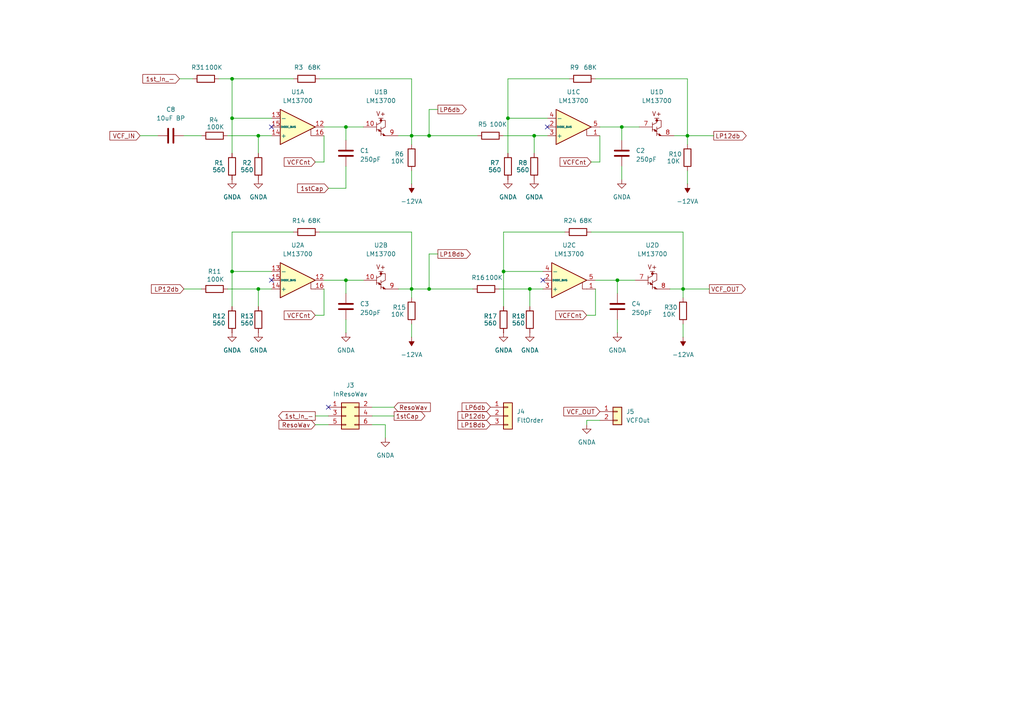
<source format=kicad_sch>
(kicad_sch (version 20250114) (generator "eeschema") (generator_version "9.0")
  (paper "A4")
  (lib_symbols
    (symbol "Amplifier_Operational:LM13700" (pin_names (offset 0.127))
      (property "Reference" "U" (at 3.81 5.08 0))
      (property "Value" "LM13700" (at 5.08 -5.08 0))
      (symbol "LM13700_1_1"
        (polyline (pts (xy 3.81 -0.635) (xy 3.81 -2.54) (xy 5.08 -2.54)))
        (polyline (pts (xy 5.08 0) (xy -5.08 -5.08) (xy -5.08 5.08) (xy 5.08 0)) (stroke (width 0.254)) (fill (type background)))
        (pin input line (at -7.62 2.54 0) (length 2.54) (name "-") (number "13"))
        (pin input line (at -7.62 0 0) (length 2.54) (name "DIODE_BIAS") (number "15"))
        (pin input line (at -7.62 -2.54 0) (length 2.54) (name "+") (number "14"))
        (pin output line (at 7.62 0 180) (length 2.54) (name "~") (number "12"))
        (pin input line (at 7.62 -2.54 180) (length 2.54) (name "~") (number "16"))
      )
      (symbol "LM13700_2_0"
        (polyline (pts (xy -1.905 2.54) (xy -3.175 2.54)))
      )
      (symbol "LM13700_2_1"
        (polyline (pts (xy -3.81 1.27) (xy -3.81 -1.27)))
        (polyline (pts (xy -3.81 0.635) (xy -2.54 1.27) (xy -2.54 1.905) (xy -2.54 2.54)))
        (polyline (pts (xy -3.81 -0.635) (xy -2.54 -1.27)))
        (circle (center -2.54 1.905) (radius 0.254) (stroke (width 0.254)) (fill (type outline)))
        (polyline (pts (xy -2.54 0) (xy -2.54 -2.54)))
        (polyline (pts (xy -2.54 -0.635) (xy -1.27 0) (xy -1.27 1.905) (xy -2.54 1.905)))
        (polyline (pts (xy -2.54 -1.27) (xy -3.175 -0.635) (xy -3.175 -1.27) (xy -2.54 -1.27)) (fill (type outline)))
        (polyline (pts (xy -2.54 -1.905) (xy -1.27 -2.54)))
        (polyline (pts (xy -1.27 -2.54) (xy -1.905 -1.905) (xy -1.905 -2.54) (xy -1.27 -2.54)) (fill (type outline)))
        (text "V+" (at -2.54 3.81 0) (effects (font (size 1.27 1.27))))
        (pin input line (at -7.62 0 0) (length 3.81) (name "~") (number "10"))
        (pin output line (at 2.54 -2.54 180) (length 3.81) (name "~") (number "9"))
      )
      (symbol "LM13700_3_1"
        (polyline (pts (xy 3.81 -0.635) (xy 3.81 -2.54) (xy 5.08 -2.54)))
        (polyline (pts (xy 5.08 0) (xy -5.08 -5.08) (xy -5.08 5.08) (xy 5.08 0)) (stroke (width 0.254)) (fill (type background)))
        (pin input line (at -7.62 2.54 0) (length 2.54) (name "-") (number "4"))
        (pin input line (at -7.62 0 0) (length 2.54) (name "DIODE_BIAS") (number "2"))
        (pin input line (at -7.62 -2.54 0) (length 2.54) (name "+") (number "3"))
        (pin output line (at 7.62 0 180) (length 2.54) (name "~") (number "5"))
        (pin input line (at 7.62 -2.54 180) (length 2.54) (name "~") (number "1"))
      )
      (symbol "LM13700_4_0"
        (polyline (pts (xy -3.175 2.54) (xy -1.905 2.54)))
        (text "V+" (at -2.54 3.81 0) (effects (font (size 1.27 1.27))))
      )
      (symbol "LM13700_4_1"
        (polyline (pts (xy -3.81 1.27) (xy -3.81 -1.27)))
        (polyline (pts (xy -3.81 0.635) (xy -2.54 1.27) (xy -2.54 2.54)))
        (polyline (pts (xy -3.81 -0.635) (xy -2.54 -1.27)))
        (circle (center -2.54 1.905) (radius 0.254) (stroke (width 0.254)) (fill (type outline)))
        (polyline (pts (xy -2.54 0) (xy -2.54 -2.54)))
        (polyline (pts (xy -2.54 -0.635) (xy -1.27 0) (xy -1.27 1.905) (xy -2.54 1.905)))
        (polyline (pts (xy -2.54 -1.27) (xy -3.175 -0.635) (xy -3.175 -1.27) (xy -2.54 -1.27)) (fill (type outline)))
        (polyline (pts (xy -2.54 -1.905) (xy -1.27 -2.54)))
        (polyline (pts (xy -1.27 -2.54) (xy -1.905 -1.905) (xy -1.905 -2.54) (xy -1.27 -2.54)) (fill (type outline)))
        (pin input line (at -7.62 0 0) (length 3.81) (name "~") (number "7"))
        (pin output line (at 2.54 -2.54 180) (length 3.81) (name "~") (number "8"))
      )
      (symbol "LM13700_5_1"
        (pin power_in line (at -2.54 7.62 270) (length 3.81) (name "V+") (number "11"))
        (pin power_in line (at -2.54 -7.62 90) (length 3.81) (name "V-") (number "6"))
      )
    )
    (symbol "Connector_Generic:Conn_01x02" (pin_names (offset 1.016) (hide yes))
      (property "Reference" "J" (at 0 2.54 0))
      (property "Value" "Conn_01x02" (at 0 -5.08 0))
      (symbol "Conn_01x02_1_1"
        (rectangle (start -1.27 1.27) (end 1.27 -3.81) (stroke (width 0.254)) (fill (type background)))
        (rectangle (start -1.27 0.127) (end 0 -0.127) (stroke (width 0.1524)))
        (rectangle (start -1.27 -2.413) (end 0 -2.667) (stroke (width 0.1524)))
        (pin passive line (at -5.08 0 0) (length 3.81) (name "Pin_1") (number "1"))
        (pin passive line (at -5.08 -2.54 0) (length 3.81) (name "Pin_2") (number "2"))
      )
    )
    (symbol "Connector_Generic:Conn_01x03" (pin_names (offset 1.016) (hide yes))
      (property "Reference" "J" (at 0 5.08 0))
      (property "Value" "Conn_01x03" (at 0 -5.08 0))
      (symbol "Conn_01x03_1_1"
        (rectangle (start -1.27 3.81) (end 1.27 -3.81) (stroke (width 0.254)) (fill (type background)))
        (rectangle (start -1.27 2.667) (end 0 2.413) (stroke (width 0.1524)))
        (rectangle (start -1.27 0.127) (end 0 -0.127) (stroke (width 0.1524)))
        (rectangle (start -1.27 -2.413) (end 0 -2.667) (stroke (width 0.1524)))
        (pin passive line (at -5.08 2.54 0) (length 3.81) (name "Pin_1") (number "1"))
        (pin passive line (at -5.08 0 0) (length 3.81) (name "Pin_2") (number "2"))
        (pin passive line (at -5.08 -2.54 0) (length 3.81) (name "Pin_3") (number "3"))
      )
    )
    (symbol "Connector_Generic:Conn_02x03_Odd_Even" (pin_names (offset 1.016) (hide yes))
      (property "Reference" "J" (at 1.27 5.08 0))
      (property "Value" "Conn_02x03_Odd_Even" (at 1.27 -5.08 0))
      (symbol "Conn_02x03_Odd_Even_1_1"
        (rectangle (start -1.27 3.81) (end 3.81 -3.81) (stroke (width 0.254)) (fill (type background)))
        (rectangle (start -1.27 2.667) (end 0 2.413) (stroke (width 0.1524)))
        (rectangle (start -1.27 0.127) (end 0 -0.127) (stroke (width 0.1524)))
        (rectangle (start -1.27 -2.413) (end 0 -2.667) (stroke (width 0.1524)))
        (rectangle (start 3.81 2.667) (end 2.54 2.413) (stroke (width 0.1524)))
        (rectangle (start 3.81 0.127) (end 2.54 -0.127) (stroke (width 0.1524)))
        (rectangle (start 3.81 -2.413) (end 2.54 -2.667) (stroke (width 0.1524)))
        (pin passive line (at -5.08 2.54 0) (length 3.81) (name "Pin_1") (number "1"))
        (pin passive line (at -5.08 0 0) (length 3.81) (name "Pin_3") (number "3"))
        (pin passive line (at -5.08 -2.54 0) (length 3.81) (name "Pin_5") (number "5"))
        (pin passive line (at 7.62 2.54 180) (length 3.81) (name "Pin_2") (number "2"))
        (pin passive line (at 7.62 0 180) (length 3.81) (name "Pin_4") (number "4"))
        (pin passive line (at 7.62 -2.54 180) (length 3.81) (name "Pin_6") (number "6"))
      )
    )
    (symbol "Device:C" (pin_numbers (hide yes)) (pin_names (offset 0.254))
      (property "Reference" "C" (at 0.635 2.54 0))
      (property "Value" "C" (at 0.635 -2.54 0))
      (symbol "C_0_1"
        (polyline (pts (xy -2.032 0.762) (xy 2.032 0.762)) (stroke (width 0.508)))
        (polyline (pts (xy -2.032 -0.762) (xy 2.032 -0.762)) (stroke (width 0.508)))
      )
      (symbol "C_1_1"
        (pin passive line (at 0 3.81 270) (length 2.794) (name "~") (number "1"))
        (pin passive line (at 0 -3.81 90) (length 2.794) (name "~") (number "2"))
      )
    )
    (symbol "Device:R" (pin_numbers (hide yes)) (pin_names (offset 0))
      (property "Reference" "R" (at 2.032 0 90))
      (property "Value" "R" (at 0 0 90))
      (symbol "R_0_1"
        (rectangle (start -1.016 -2.54) (end 1.016 2.54) (stroke (width 0.254)))
      )
      (symbol "R_1_1"
        (pin passive line (at 0 3.81 270) (length 1.27) (name "~") (number "1"))
        (pin passive line (at 0 -3.81 90) (length 1.27) (name "~") (number "2"))
      )
    )
    (symbol "power:-12VA" (power) (pin_numbers (hide yes)) (pin_names (offset 0) (hide yes))
      (property "Value" "-12VA" (at 0 3.556 0))
      (symbol "-12VA_0_0"
        (pin power_in line (at 0 0 90) (length 0) (name "~") (number "1"))
      )
      (symbol "-12VA_0_1"
        (polyline (pts (xy 0 0) (xy 0 1.27) (xy 0.762 1.27) (xy 0 2.54) (xy -0.762 1.27) (xy 0 1.27)) (fill (type outline)))
      )
    )
    (symbol "power:GNDA" (power) (pin_numbers (hide yes)) (pin_names (offset 0) (hide yes))
      (property "Value" "GNDA" (at 0 -3.81 0))
      (symbol "GNDA_0_1"
        (polyline (pts (xy 0 0) (xy 0 -1.27) (xy 1.27 -1.27) (xy 0 -2.54) (xy -1.27 -1.27) (xy 0 -1.27)))
      )
      (symbol "GNDA_1_1"
        (pin power_in line (at 0 0 270) (length 0) (name "~") (number "1"))
      )
    )
  )
  (junction (at 153.67 83.82))
  (junction (at 67.31 78.74))
  (junction (at 199.39 39.37))
  (junction (at 67.31 34.29))
  (junction (at 124.46 83.82))
  (junction (at 124.46 39.37))
  (junction (at 100.33 81.28))
  (junction (at 74.93 83.82))
  (junction (at 74.93 39.37))
  (junction (at 146.05 78.74))
  (junction (at 119.38 39.37))
  (junction (at 179.07 81.28))
  (junction (at 100.33 36.83))
  (junction (at 180.34 36.83))
  (junction (at 154.94 39.37))
  (junction (at 198.12 83.82))
  (junction (at 67.31 22.86))
  (junction (at 119.38 83.82))
  (junction (at 147.32 34.29))
  (no_connect (at 158.75 36.83))
  (no_connect (at 78.74 81.28))
  (no_connect (at 78.74 36.83))
  (no_connect (at 157.48 81.28))
  (no_connect (at 95.25 118.11))
  (wire (pts (xy 198.12 93.98) (xy 198.12 97.79)))
  (wire (pts (xy 147.32 34.29) (xy 147.32 22.86)))
  (wire (pts (xy 146.05 39.37) (xy 154.94 39.37)))
  (wire (pts (xy 93.98 36.83) (xy 100.33 36.83)))
  (wire (pts (xy 127 73.66) (xy 124.46 73.66)))
  (wire (pts (xy 199.39 49.53) (xy 199.39 53.34)))
  (wire (pts (xy 74.93 83.82) (xy 74.93 88.9)))
  (wire (pts (xy 119.38 39.37) (xy 119.38 41.91)))
  (wire (pts (xy 171.45 46.99) (xy 173.99 46.99)))
  (wire (pts (xy 100.33 54.61) (xy 100.33 48.26)))
  (wire (pts (xy 91.44 123.19) (xy 95.25 123.19)))
  (wire (pts (xy 119.38 83.82) (xy 119.38 86.36)))
  (wire (pts (xy 154.94 39.37) (xy 158.75 39.37)))
  (wire (pts (xy 74.93 83.82) (xy 78.74 83.82)))
  (wire (pts (xy 199.39 22.86) (xy 172.72 22.86)))
  (wire (pts (xy 78.74 78.74) (xy 67.31 78.74)))
  (wire (pts (xy 67.31 78.74) (xy 67.31 67.31)))
  (wire (pts (xy 198.12 83.82) (xy 198.12 67.31)))
  (wire (pts (xy 146.05 78.74) (xy 146.05 88.9)))
  (wire (pts (xy 100.33 81.28) (xy 100.33 85.09)))
  (wire (pts (xy 180.34 36.83) (xy 180.34 40.64)))
  (wire (pts (xy 67.31 34.29) (xy 67.31 22.86)))
  (wire (pts (xy 199.39 39.37) (xy 199.39 22.86)))
  (wire (pts (xy 119.38 83.82) (xy 124.46 83.82)))
  (wire (pts (xy 119.38 83.82) (xy 119.38 67.31)))
  (wire (pts (xy 119.38 93.98) (xy 119.38 97.79)))
  (wire (pts (xy 100.33 36.83) (xy 100.33 40.64)))
  (wire (pts (xy 52.07 22.86) (xy 55.88 22.86)))
  (wire (pts (xy 195.58 39.37) (xy 199.39 39.37)))
  (wire (pts (xy 158.75 34.29) (xy 147.32 34.29)))
  (wire (pts (xy 93.98 81.28) (xy 100.33 81.28)))
  (wire (pts (xy 198.12 83.82) (xy 205.74 83.82)))
  (wire (pts (xy 115.57 39.37) (xy 119.38 39.37)))
  (wire (pts (xy 124.46 73.66) (xy 124.46 83.82)))
  (wire (pts (xy 67.31 22.86) (xy 85.09 22.86)))
  (wire (pts (xy 107.95 120.65) (xy 114.3 120.65)))
  (wire (pts (xy 119.38 39.37) (xy 124.46 39.37)))
  (wire (pts (xy 111.76 123.19) (xy 111.76 127)))
  (wire (pts (xy 172.72 81.28) (xy 179.07 81.28)))
  (wire (pts (xy 180.34 48.26) (xy 180.34 52.07)))
  (wire (pts (xy 91.44 91.44) (xy 93.98 91.44)))
  (wire (pts (xy 153.67 83.82) (xy 157.48 83.82)))
  (wire (pts (xy 93.98 91.44) (xy 93.98 83.82)))
  (wire (pts (xy 66.04 39.37) (xy 74.93 39.37)))
  (wire (pts (xy 107.95 123.19) (xy 111.76 123.19)))
  (wire (pts (xy 100.33 36.83) (xy 105.41 36.83)))
  (wire (pts (xy 119.38 67.31) (xy 92.71 67.31)))
  (wire (pts (xy 198.12 83.82) (xy 198.12 86.36)))
  (wire (pts (xy 172.72 91.44) (xy 172.72 83.82)))
  (wire (pts (xy 66.04 83.82) (xy 74.93 83.82)))
  (wire (pts (xy 67.31 78.74) (xy 67.31 88.9)))
  (wire (pts (xy 67.31 67.31) (xy 85.09 67.31)))
  (wire (pts (xy 53.34 39.37) (xy 58.42 39.37)))
  (wire (pts (xy 95.25 54.61) (xy 100.33 54.61)))
  (wire (pts (xy 170.18 121.92) (xy 170.18 123.19)))
  (wire (pts (xy 119.38 22.86) (xy 92.71 22.86)))
  (wire (pts (xy 74.93 39.37) (xy 78.74 39.37)))
  (wire (pts (xy 179.07 81.28) (xy 179.07 85.09)))
  (wire (pts (xy 91.44 46.99) (xy 93.98 46.99)))
  (wire (pts (xy 67.31 34.29) (xy 67.31 44.45)))
  (wire (pts (xy 146.05 78.74) (xy 146.05 67.31)))
  (wire (pts (xy 173.99 121.92) (xy 170.18 121.92)))
  (wire (pts (xy 144.78 83.82) (xy 153.67 83.82)))
  (wire (pts (xy 127 31.75) (xy 124.46 31.75)))
  (wire (pts (xy 124.46 31.75) (xy 124.46 39.37)))
  (wire (pts (xy 179.07 81.28) (xy 184.15 81.28)))
  (wire (pts (xy 124.46 83.82) (xy 137.16 83.82)))
  (wire (pts (xy 207.01 39.37) (xy 199.39 39.37)))
  (wire (pts (xy 100.33 92.71) (xy 100.33 96.52)))
  (wire (pts (xy 40.64 39.37) (xy 45.72 39.37)))
  (wire (pts (xy 119.38 39.37) (xy 119.38 22.86)))
  (wire (pts (xy 53.34 83.82) (xy 58.42 83.82)))
  (wire (pts (xy 179.07 92.71) (xy 179.07 96.52)))
  (wire (pts (xy 170.18 91.44) (xy 172.72 91.44)))
  (wire (pts (xy 180.34 36.83) (xy 185.42 36.83)))
  (wire (pts (xy 119.38 49.53) (xy 119.38 53.34)))
  (wire (pts (xy 146.05 67.31) (xy 163.83 67.31)))
  (wire (pts (xy 199.39 39.37) (xy 199.39 41.91)))
  (wire (pts (xy 93.98 46.99) (xy 93.98 39.37)))
  (wire (pts (xy 198.12 67.31) (xy 171.45 67.31)))
  (wire (pts (xy 194.31 83.82) (xy 198.12 83.82)))
  (wire (pts (xy 63.5 22.86) (xy 67.31 22.86)))
  (wire (pts (xy 147.32 22.86) (xy 165.1 22.86)))
  (wire (pts (xy 173.99 46.99) (xy 173.99 39.37)))
  (wire (pts (xy 153.67 83.82) (xy 153.67 88.9)))
  (wire (pts (xy 124.46 39.37) (xy 138.43 39.37)))
  (wire (pts (xy 173.99 36.83) (xy 180.34 36.83)))
  (wire (pts (xy 147.32 34.29) (xy 147.32 44.45)))
  (wire (pts (xy 78.74 34.29) (xy 67.31 34.29)))
  (wire (pts (xy 115.57 83.82) (xy 119.38 83.82)))
  (wire (pts (xy 107.95 118.11) (xy 114.3 118.11)))
  (wire (pts (xy 74.93 39.37) (xy 74.93 44.45)))
  (wire (pts (xy 91.44 120.65) (xy 95.25 120.65)))
  (wire (pts (xy 157.48 78.74) (xy 146.05 78.74)))
  (wire (pts (xy 154.94 39.37) (xy 154.94 44.45)))
  (wire (pts (xy 100.33 81.28) (xy 105.41 81.28)))
  (global_label "1st_In_-" (shape input) (at 52.07 22.86 180) (property "Intersheetrefs" "${INTERSHEET_REFS}" (effects (hide yes))))
  (global_label "LP6db" (shape input) (at 142.24 118.11 180) (property "Intersheetrefs" "${INTERSHEET_REFS}" (effects (hide yes))))
  (global_label "1stCap" (shape input) (at 95.25 54.61 180) (property "Intersheetrefs" "${INTERSHEET_REFS}" (effects (hide yes))))
  (global_label "LP12db" (shape output) (at 207.01 39.37 0) (property "Intersheetrefs" "${INTERSHEET_REFS}" (effects (hide yes))))
  (global_label "ResoWav" (shape input) (at 91.44 123.19 180) (property "Intersheetrefs" "${INTERSHEET_REFS}" (effects (hide yes))))
  (global_label "VCFCnt" (shape input) (at 91.44 46.99 180) (property "Intersheetrefs" "${INTERSHEET_REFS}" (effects (hide yes))))
  (global_label "LP6db" (shape output) (at 127 31.75 0) (property "Intersheetrefs" "${INTERSHEET_REFS}" (effects (hide yes))))
  (global_label "VCFCnt" (shape input) (at 170.18 91.44 180) (property "Intersheetrefs" "${INTERSHEET_REFS}" (effects (hide yes))))
  (global_label "VCF_OUT" (shape output) (at 205.74 83.82 0) (property "Intersheetrefs" "${INTERSHEET_REFS}" (effects (hide yes))))
  (global_label "ResoWav" (shape input) (at 114.3 118.11 0) (property "Intersheetrefs" "${INTERSHEET_REFS}" (effects (hide yes))))
  (global_label "LP18db" (shape output) (at 127 73.66 0) (property "Intersheetrefs" "${INTERSHEET_REFS}" (effects (hide yes))))
  (global_label "LP12db" (shape input) (at 53.34 83.82 180) (property "Intersheetrefs" "${INTERSHEET_REFS}" (effects (hide yes))))
  (global_label "VCF_OUT" (shape input) (at 173.99 119.38 180) (property "Intersheetrefs" "${INTERSHEET_REFS}" (effects (hide yes))))
  (global_label "VCFCnt" (shape input) (at 91.44 91.44 180) (property "Intersheetrefs" "${INTERSHEET_REFS}" (effects (hide yes))))
  (global_label "1stCap" (shape output) (at 114.3 120.65 0) (property "Intersheetrefs" "${INTERSHEET_REFS}" (effects (hide yes))))
  (global_label "VCF_IN" (shape input) (at 40.64 39.37 180) (property "Intersheetrefs" "${INTERSHEET_REFS}" (effects (hide yes))))
  (global_label "LP18db" (shape input) (at 142.24 123.19 180) (property "Intersheetrefs" "${INTERSHEET_REFS}" (effects (hide yes))))
  (global_label "1st_In_-" (shape output) (at 91.44 120.65 180) (property "Intersheetrefs" "${INTERSHEET_REFS}" (effects (hide yes))))
  (global_label "LP12db" (shape input) (at 142.24 120.65 180) (property "Intersheetrefs" "${INTERSHEET_REFS}" (effects (hide yes))))
  (global_label "VCFCnt" (shape input) (at 171.45 46.99 180) (property "Intersheetrefs" "${INTERSHEET_REFS}" (effects (hide yes))))
  (symbol (lib_id "Device:C") (at 180.34 44.45 0) (unit 1)
    (property "Reference" "C2" (at 184.404 43.688 0) (effects (justify left)))
    (property "Value" "250pF" (at 184.404 46.228 0) (effects (justify left)))
    (property "Footprint" "Capacitor_THT:C_Disc_D4.7mm_W2.5mm_P5.00mm" (effects (hide yes)))
    (property "Description" "Unpolarized capacitor" (effects (hide yes)))
  )
  (symbol (lib_id "Device:R") (at 119.38 90.17 180) (unit 1)
    (property "Reference" "R15" (at 115.824 89.154 0))
    (property "Value" "10K" (at 115.316 91.186 0))
    (property "Footprint" "Resistor_THT:R_Axial_DIN0204_L3.6mm_D1.6mm_P7.62mm_Horizontal" (effects (hide yes)))
    (property "Description" "Resistor" (effects (hide yes)))
  )
  (symbol (lib_id "power:-12VA") (at 119.38 97.79 180) (unit 1)
    (property "Reference" "#PWR017" (effects (hide yes)))
    (property "Value" "-12VA" (at 119.38 102.87 0))
    (property "Description" "Power symbol creates a global label with name \"-12VA\"" (effects (hide yes)))
  )
  (symbol (lib_id "Device:R") (at 199.39 45.72 180) (unit 1)
    (property "Reference" "R10" (at 195.834 44.704 0))
    (property "Value" "10K" (at 195.326 46.736 0))
    (property "Footprint" "Resistor_THT:R_Axial_DIN0204_L3.6mm_D1.6mm_P7.62mm_Horizontal" (effects (hide yes)))
    (property "Description" "Resistor" (effects (hide yes)))
  )
  (symbol (lib_id "power:GNDA") (at 111.76 127 0) (unit 1)
    (property "Reference" "#PWR040" (effects (hide yes)))
    (property "Value" "GNDA" (at 111.76 132.08 0))
    (property "Description" "Power symbol creates a global label with name \"GNDA\" , analog ground" (effects (hide yes)))
  )
  (symbol (lib_id "power:GNDA") (at 74.93 52.07 0) (unit 1)
    (property "Reference" "#PWR06" (effects (hide yes)))
    (property "Value" "GNDA" (at 74.93 57.15 0))
    (property "Description" "Power symbol creates a global label with name \"GNDA\" , analog ground" (effects (hide yes)))
  )
  (symbol (lib_id "Device:R") (at 74.93 92.71 180) (unit 1)
    (property "Reference" "R13" (at 71.628 91.694 0))
    (property "Value" "560" (at 71.628 93.726 0))
    (property "Footprint" "Resistor_THT:R_Axial_DIN0204_L3.6mm_D1.6mm_P7.62mm_Horizontal" (effects (hide yes)))
    (property "Description" "Resistor" (effects (hide yes)))
  )
  (symbol (lib_id "Device:C") (at 179.07 88.9 0) (unit 1)
    (property "Reference" "C4" (at 183.134 88.138 0) (effects (justify left)))
    (property "Value" "250pF" (at 183.134 90.678 0) (effects (justify left)))
    (property "Footprint" "Capacitor_THT:C_Disc_D4.7mm_W2.5mm_P5.00mm" (effects (hide yes)))
    (property "Description" "Unpolarized capacitor" (effects (hide yes)))
  )
  (symbol (lib_id "Device:R") (at 146.05 92.71 180) (unit 1)
    (property "Reference" "R17" (at 142.24 91.694 0))
    (property "Value" "560" (at 142.24 93.726 0))
    (property "Footprint" "Resistor_THT:R_Axial_DIN0204_L3.6mm_D1.6mm_P7.62mm_Horizontal" (effects (hide yes)))
    (property "Description" "Resistor" (effects (hide yes)))
  )
  (symbol (lib_id "Device:R") (at 154.94 48.26 180) (unit 1)
    (property "Reference" "R8" (at 151.638 47.244 0))
    (property "Value" "560" (at 151.638 49.276 0))
    (property "Footprint" "Resistor_THT:R_Axial_DIN0204_L3.6mm_D1.6mm_P7.62mm_Horizontal" (effects (hide yes)))
    (property "Description" "Resistor" (effects (hide yes)))
  )
  (symbol (lib_id "Device:R") (at 59.69 22.86 90) (unit 1)
    (property "Reference" "R31" (at 57.404 19.558 90))
    (property "Value" "100K" (at 61.976 19.558 90))
    (property "Footprint" "Resistor_THT:R_Axial_DIN0204_L3.6mm_D1.6mm_P7.62mm_Horizontal" (effects (hide yes)))
    (property "Description" "Resistor" (effects (hide yes)))
  )
  (symbol (lib_id "Connector_Generic:Conn_01x03") (at 147.32 120.65 0) (unit 1)
    (property "Reference" "J4" (at 149.86 119.3799 0) (effects (justify left)))
    (property "Value" "FltOrder" (at 149.86 121.9199 0) (effects (justify left)))
    (property "Footprint" "Connector_PinSocket_2.54mm:PinSocket_1x03_P2.54mm_Vertical" (effects (hide yes)))
    (property "Description" "Generic connector, single row, 01x03, script generated (kicad-library-utils/schlib/autogen/connector/)" (effects (hide yes)))
  )
  (symbol (lib_id "Connector_Generic:Conn_02x03_Odd_Even") (at 100.33 120.65 0) (unit 1)
    (property "Reference" "J3" (at 101.6 111.76 0))
    (property "Value" "InResoWav" (at 101.6 114.3 0))
    (property "Footprint" "Connector_PinHeader_2.54mm:PinHeader_2x03_P2.54mm_Vertical" (effects (hide yes)))
    (property "Description" "Generic connector, double row, 02x03, odd/even pin numbering scheme (row 1 odd numbers, row 2 even numbers), script generated (kicad-library-utils/schlib/autogen/connector/)" (effects (hide yes)))
  )
  (symbol (lib_id "power:GNDA") (at 154.94 52.07 0) (unit 1)
    (property "Reference" "#PWR011" (effects (hide yes)))
    (property "Value" "GNDA" (at 154.94 57.15 0))
    (property "Description" "Power symbol creates a global label with name \"GNDA\" , analog ground" (effects (hide yes)))
  )
  (symbol (lib_id "Amplifier_Operational:LM13700") (at 193.04 36.83 0) (unit 4)
    (property "Reference" "U1" (at 190.5 26.67 0))
    (property "Value" "LM13700" (at 190.5 29.21 0))
    (property "Footprint" "Package_DIP:DIP-16_W7.62mm_Socket_LongPads" (effects (hide yes)))
    (property "Datasheet" "http://www.ti.com/lit/ds/symlink/lm13700.pdf" (effects (hide yes)))
    (property "Description" "Dual Operational Transconductance Amplifiers with Linearizing Diodes and Buffers, DIP-16/SOIC-16" (effects (hide yes)))
  )
  (symbol (lib_id "power:GNDA") (at 170.18 123.19 0) (unit 1)
    (property "Reference" "#PWR047" (effects (hide yes)))
    (property "Value" "GNDA" (at 170.18 128.27 0))
    (property "Description" "Power symbol creates a global label with name \"GNDA\" , analog ground" (effects (hide yes)))
  )
  (symbol (lib_id "power:GNDA") (at 67.31 96.52 0) (unit 1)
    (property "Reference" "#PWR014" (effects (hide yes)))
    (property "Value" "GNDA" (at 67.31 101.6 0))
    (property "Description" "Power symbol creates a global label with name \"GNDA\" , analog ground" (effects (hide yes)))
  )
  (symbol (lib_id "Device:C") (at 49.53 39.37 90) (unit 1)
    (property "Reference" "C8" (at 49.53 31.75 90))
    (property "Value" "10uF BP" (at 49.53 34.29 90))
    (property "Footprint" "Capacitor_THT:C_Radial_D5.0mm_H5.0mm_P2.00mm" (effects (hide yes)))
    (property "Description" "Unpolarized capacitor" (effects (hide yes)))
  )
  (symbol (lib_id "Device:R") (at 147.32 48.26 180) (unit 1)
    (property "Reference" "R7" (at 143.51 47.244 0))
    (property "Value" "560" (at 143.51 49.276 0))
    (property "Footprint" "Resistor_THT:R_Axial_DIN0204_L3.6mm_D1.6mm_P7.62mm_Horizontal" (effects (hide yes)))
    (property "Description" "Resistor" (effects (hide yes)))
  )
  (symbol (lib_id "power:GNDA") (at 67.31 52.07 0) (unit 1)
    (property "Reference" "#PWR07" (effects (hide yes)))
    (property "Value" "GNDA" (at 67.31 57.15 0))
    (property "Description" "Power symbol creates a global label with name \"GNDA\" , analog ground" (effects (hide yes)))
  )
  (symbol (lib_id "power:GNDA") (at 179.07 96.52 0) (unit 1)
    (property "Reference" "#PWR035" (effects (hide yes)))
    (property "Value" "GNDA" (at 179.07 101.6 0))
    (property "Description" "Power symbol creates a global label with name \"GNDA\" , analog ground" (effects (hide yes)))
  )
  (symbol (lib_id "Amplifier_Operational:LM13700") (at 166.37 36.83 0) (unit 3)
    (property "Reference" "U1" (at 166.37 26.67 0))
    (property "Value" "LM13700" (at 166.37 29.21 0))
    (property "Footprint" "Package_DIP:DIP-16_W7.62mm_Socket_LongPads" (effects (hide yes)))
    (property "Datasheet" "http://www.ti.com/lit/ds/symlink/lm13700.pdf" (effects (hide yes)))
    (property "Description" "Dual Operational Transconductance Amplifiers with Linearizing Diodes and Buffers, DIP-16/SOIC-16" (effects (hide yes)))
  )
  (symbol (lib_id "Device:R") (at 168.91 22.86 90) (unit 1)
    (property "Reference" "R9" (at 166.624 19.558 90))
    (property "Value" "68K" (at 171.196 19.558 90))
    (property "Footprint" "Resistor_THT:R_Axial_DIN0204_L3.6mm_D1.6mm_P7.62mm_Horizontal" (effects (hide yes)))
    (property "Description" "Resistor" (effects (hide yes)))
  )
  (symbol (lib_id "Amplifier_Operational:LM13700") (at 86.36 81.28 0) (unit 1)
    (property "Reference" "U2" (at 86.36 71.12 0))
    (property "Value" "LM13700" (at 86.36 73.66 0))
    (property "Footprint" "Package_DIP:DIP-16_W7.62mm_Socket_LongPads" (effects (hide yes)))
    (property "Datasheet" "http://www.ti.com/lit/ds/symlink/lm13700.pdf" (effects (hide yes)))
    (property "Description" "Dual Operational Transconductance Amplifiers with Linearizing Diodes and Buffers, DIP-16/SOIC-16" (effects (hide yes)))
  )
  (symbol (lib_id "Device:R") (at 88.9 67.31 90) (unit 1)
    (property "Reference" "R14" (at 86.614 64.008 90))
    (property "Value" "68K" (at 91.186 64.008 90))
    (property "Footprint" "Resistor_THT:R_Axial_DIN0204_L3.6mm_D1.6mm_P7.62mm_Horizontal" (effects (hide yes)))
    (property "Description" "Resistor" (effects (hide yes)))
  )
  (symbol (lib_id "Connector_Generic:Conn_01x02") (at 179.07 119.38 0) (unit 1)
    (property "Reference" "J5" (at 181.61 119.3799 0) (effects (justify left)))
    (property "Value" "VCFOut" (at 181.61 121.9199 0) (effects (justify left)))
    (property "Footprint" "Connector_PinHeader_2.54mm:PinHeader_1x02_P2.54mm_Vertical" (effects (hide yes)))
    (property "Description" "Generic connector, single row, 01x02, script generated (kicad-library-utils/schlib/autogen/connector/)" (effects (hide yes)))
  )
  (symbol (lib_id "power:-12VA") (at 199.39 53.34 180) (unit 1)
    (property "Reference" "#PWR013" (effects (hide yes)))
    (property "Value" "-12VA" (at 199.39 58.42 0))
    (property "Description" "Power symbol creates a global label with name \"-12VA\"" (effects (hide yes)))
  )
  (symbol (lib_id "power:GNDA") (at 180.34 52.07 0) (unit 1)
    (property "Reference" "#PWR012" (effects (hide yes)))
    (property "Value" "GNDA" (at 180.34 57.15 0))
    (property "Description" "Power symbol creates a global label with name \"GNDA\" , analog ground" (effects (hide yes)))
  )
  (symbol (lib_id "Device:R") (at 67.31 92.71 180) (unit 1)
    (property "Reference" "R12" (at 63.5 91.694 0))
    (property "Value" "560" (at 63.5 93.726 0))
    (property "Footprint" "Resistor_THT:R_Axial_DIN0204_L3.6mm_D1.6mm_P7.62mm_Horizontal" (effects (hide yes)))
    (property "Description" "Resistor" (effects (hide yes)))
  )
  (symbol (lib_id "Device:R") (at 142.24 39.37 90) (unit 1)
    (property "Reference" "R5" (at 139.954 36.068 90))
    (property "Value" "100K" (at 144.526 36.068 90))
    (property "Footprint" "Resistor_THT:R_Axial_DIN0204_L3.6mm_D1.6mm_P7.62mm_Horizontal" (effects (hide yes)))
    (property "Description" "Resistor" (effects (hide yes)))
  )
  (symbol (lib_id "Amplifier_Operational:LM13700") (at 113.03 36.83 0) (unit 2)
    (property "Reference" "U1" (at 110.49 26.67 0))
    (property "Value" "LM13700" (at 110.49 29.21 0))
    (property "Footprint" "Package_DIP:DIP-16_W7.62mm_Socket_LongPads" (effects (hide yes)))
    (property "Datasheet" "http://www.ti.com/lit/ds/symlink/lm13700.pdf" (effects (hide yes)))
    (property "Description" "Dual Operational Transconductance Amplifiers with Linearizing Diodes and Buffers, DIP-16/SOIC-16" (effects (hide yes)))
  )
  (symbol (lib_id "Amplifier_Operational:LM13700") (at 113.03 81.28 0) (unit 2)
    (property "Reference" "U2" (at 110.49 71.12 0))
    (property "Value" "LM13700" (at 110.49 73.66 0))
    (property "Footprint" "Package_DIP:DIP-16_W7.62mm_Socket_LongPads" (effects (hide yes)))
    (property "Datasheet" "http://www.ti.com/lit/ds/symlink/lm13700.pdf" (effects (hide yes)))
    (property "Description" "Dual Operational Transconductance Amplifiers with Linearizing Diodes and Buffers, DIP-16/SOIC-16" (effects (hide yes)))
  )
  (symbol (lib_id "Device:R") (at 198.12 90.17 180) (unit 1)
    (property "Reference" "R30" (at 194.564 89.154 0))
    (property "Value" "10K" (at 194.056 91.186 0))
    (property "Footprint" "Resistor_THT:R_Axial_DIN0204_L3.6mm_D1.6mm_P7.62mm_Horizontal" (effects (hide yes)))
    (property "Description" "Resistor" (effects (hide yes)))
  )
  (symbol (lib_id "Device:R") (at 74.93 48.26 180) (unit 1)
    (property "Reference" "R2" (at 71.628 47.244 0))
    (property "Value" "560" (at 71.628 49.276 0))
    (property "Footprint" "Resistor_THT:R_Axial_DIN0204_L3.6mm_D1.6mm_P7.62mm_Horizontal" (effects (hide yes)))
    (property "Description" "Resistor" (effects (hide yes)))
  )
  (symbol (lib_id "Amplifier_Operational:LM13700") (at 86.36 36.83 0) (unit 1)
    (property "Reference" "U1" (at 86.36 26.67 0))
    (property "Value" "LM13700" (at 86.36 29.21 0))
    (property "Footprint" "Package_DIP:DIP-16_W7.62mm_Socket_LongPads" (effects (hide yes)))
    (property "Datasheet" "http://www.ti.com/lit/ds/symlink/lm13700.pdf" (effects (hide yes)))
    (property "Description" "Dual Operational Transconductance Amplifiers with Linearizing Diodes and Buffers, DIP-16/SOIC-16" (effects (hide yes)))
  )
  (symbol (lib_id "power:GNDA") (at 147.32 52.07 0) (unit 1)
    (property "Reference" "#PWR010" (effects (hide yes)))
    (property "Value" "GNDA" (at 147.32 57.15 0))
    (property "Description" "Power symbol creates a global label with name \"GNDA\" , analog ground" (effects (hide yes)))
  )
  (symbol (lib_id "Device:R") (at 167.64 67.31 90) (unit 1)
    (property "Reference" "R24" (at 165.354 64.008 90))
    (property "Value" "68K" (at 169.926 64.008 90))
    (property "Footprint" "Resistor_THT:R_Axial_DIN0204_L3.6mm_D1.6mm_P7.62mm_Horizontal" (effects (hide yes)))
    (property "Description" "Resistor" (effects (hide yes)))
  )
  (symbol (lib_id "Device:R") (at 140.97 83.82 90) (unit 1)
    (property "Reference" "R16" (at 138.684 80.518 90))
    (property "Value" "100K" (at 143.256 80.518 90))
    (property "Footprint" "Resistor_THT:R_Axial_DIN0204_L3.6mm_D1.6mm_P7.62mm_Horizontal" (effects (hide yes)))
    (property "Description" "Resistor" (effects (hide yes)))
  )
  (symbol (lib_id "power:GNDA") (at 100.33 96.52 0) (unit 1)
    (property "Reference" "#PWR016" (effects (hide yes)))
    (property "Value" "GNDA" (at 100.33 101.6 0))
    (property "Description" "Power symbol creates a global label with name \"GNDA\" , analog ground" (effects (hide yes)))
  )
  (symbol (lib_id "power:GNDA") (at 74.93 96.52 0) (unit 1)
    (property "Reference" "#PWR015" (effects (hide yes)))
    (property "Value" "GNDA" (at 74.93 101.6 0))
    (property "Description" "Power symbol creates a global label with name \"GNDA\" , analog ground" (effects (hide yes)))
  )
  (symbol (lib_id "Device:R") (at 62.23 39.37 90) (unit 1)
    (property "Reference" "R4" (at 61.976 34.798 90))
    (property "Value" "100K" (at 62.484 36.83 90))
    (property "Footprint" "Resistor_THT:R_Axial_DIN0204_L3.6mm_D1.6mm_P7.62mm_Horizontal" (effects (hide yes)))
    (property "Description" "Resistor" (effects (hide yes)))
  )
  (symbol (lib_id "Device:R") (at 62.23 83.82 90) (unit 1)
    (property "Reference" "R11" (at 62.23 78.74 90))
    (property "Value" "100K" (at 62.484 81.026 90))
    (property "Footprint" "Resistor_THT:R_Axial_DIN0204_L3.6mm_D1.6mm_P7.62mm_Horizontal" (effects (hide yes)))
    (property "Description" "Resistor" (effects (hide yes)))
  )
  (symbol (lib_id "Amplifier_Operational:LM13700") (at 191.77 81.28 0) (unit 4)
    (property "Reference" "U2" (at 189.23 71.12 0))
    (property "Value" "LM13700" (at 189.23 73.66 0))
    (property "Footprint" "Package_DIP:DIP-16_W7.62mm_Socket_LongPads" (effects (hide yes)))
    (property "Datasheet" "http://www.ti.com/lit/ds/symlink/lm13700.pdf" (effects (hide yes)))
    (property "Description" "Dual Operational Transconductance Amplifiers with Linearizing Diodes and Buffers, DIP-16/SOIC-16" (effects (hide yes)))
  )
  (symbol (lib_id "Device:R") (at 67.31 48.26 180) (unit 1)
    (property "Reference" "R1" (at 63.5 47.244 0))
    (property "Value" "560" (at 63.5 49.276 0))
    (property "Footprint" "Resistor_THT:R_Axial_DIN0204_L3.6mm_D1.6mm_P7.62mm_Horizontal" (effects (hide yes)))
    (property "Description" "Resistor" (effects (hide yes)))
  )
  (symbol (lib_id "Device:R") (at 153.67 92.71 180) (unit 1)
    (property "Reference" "R18" (at 150.368 91.694 0))
    (property "Value" "560" (at 150.368 93.726 0))
    (property "Footprint" "Resistor_THT:R_Axial_DIN0204_L3.6mm_D1.6mm_P7.62mm_Horizontal" (effects (hide yes)))
    (property "Description" "Resistor" (effects (hide yes)))
  )
  (symbol (lib_id "Amplifier_Operational:LM13700") (at 165.1 81.28 0) (unit 3)
    (property "Reference" "U2" (at 165.1 71.12 0))
    (property "Value" "LM13700" (at 165.1 73.66 0))
    (property "Footprint" "Package_DIP:DIP-16_W7.62mm_Socket_LongPads" (effects (hide yes)))
    (property "Datasheet" "http://www.ti.com/lit/ds/symlink/lm13700.pdf" (effects (hide yes)))
    (property "Description" "Dual Operational Transconductance Amplifiers with Linearizing Diodes and Buffers, DIP-16/SOIC-16" (effects (hide yes)))
  )
  (symbol (lib_id "power:GNDA") (at 153.67 96.52 0) (unit 1)
    (property "Reference" "#PWR021" (effects (hide yes)))
    (property "Value" "GNDA" (at 153.67 101.6 0))
    (property "Description" "Power symbol creates a global label with name \"GNDA\" , analog ground" (effects (hide yes)))
  )
  (symbol (lib_id "power:-12VA") (at 198.12 97.79 180) (unit 1)
    (property "Reference" "#PWR036" (effects (hide yes)))
    (property "Value" "-12VA" (at 198.12 102.87 0))
    (property "Description" "Power symbol creates a global label with name \"-12VA\"" (effects (hide yes)))
  )
  (symbol (lib_id "Device:R") (at 88.9 22.86 90) (unit 1)
    (property "Reference" "R3" (at 86.614 19.558 90))
    (property "Value" "68K" (at 91.186 19.558 90))
    (property "Footprint" "Resistor_THT:R_Axial_DIN0204_L3.6mm_D1.6mm_P7.62mm_Horizontal" (effects (hide yes)))
    (property "Description" "Resistor" (effects (hide yes)))
  )
  (symbol (lib_id "power:-12VA") (at 119.38 53.34 180) (unit 1)
    (property "Reference" "#PWR09" (effects (hide yes)))
    (property "Value" "-12VA" (at 119.38 58.42 0))
    (property "Description" "Power symbol creates a global label with name \"-12VA\"" (effects (hide yes)))
  )
  (symbol (lib_id "Device:C") (at 100.33 44.45 0) (unit 1)
    (property "Reference" "C1" (at 104.394 43.688 0) (effects (justify left)))
    (property "Value" "250pF" (at 104.394 46.228 0) (effects (justify left)))
    (property "Footprint" "Capacitor_THT:C_Disc_D4.7mm_W2.5mm_P5.00mm" (effects (hide yes)))
    (property "Description" "Unpolarized capacitor" (effects (hide yes)))
  )
  (symbol (lib_id "power:GNDA") (at 146.05 96.52 0) (unit 1)
    (property "Reference" "#PWR020" (effects (hide yes)))
    (property "Value" "GNDA" (at 146.05 101.6 0))
    (property "Description" "Power symbol creates a global label with name \"GNDA\" , analog ground" (effects (hide yes)))
  )
  (symbol (lib_id "Device:C") (at 100.33 88.9 0) (unit 1)
    (property "Reference" "C3" (at 104.394 88.138 0) (effects (justify left)))
    (property "Value" "250pF" (at 104.394 90.678 0) (effects (justify left)))
    (property "Footprint" "Capacitor_THT:C_Disc_D4.7mm_W2.5mm_P5.00mm" (effects (hide yes)))
    (property "Description" "Unpolarized capacitor" (effects (hide yes)))
  )
  (symbol (lib_id "Device:R") (at 119.38 45.72 180) (unit 1)
    (property "Reference" "R6" (at 115.824 44.704 0))
    (property "Value" "10K" (at 115.316 46.736 0))
    (property "Footprint" "Resistor_THT:R_Axial_DIN0204_L3.6mm_D1.6mm_P7.62mm_Horizontal" (effects (hide yes)))
    (property "Description" "Resistor" (effects (hide yes)))
  )
)
</source>
